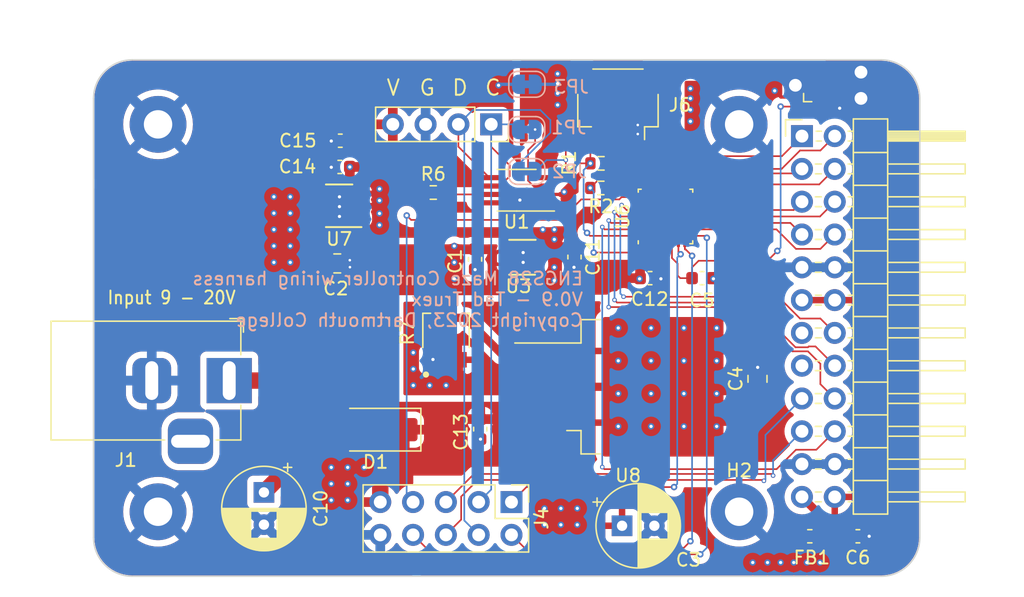
<source format=kicad_pcb>
(kicad_pcb (version 20221018) (generator pcbnew)
  (layers (0 "F.Cu" signal) (1 "In1.Cu" signal) (2 "In2.Cu" signal) (31 "B.Cu" signal) (34 "B.Paste" user) (35 "F.Paste" user) (36 "B.SilkS" user "B.Silkscreen") (37 "F.SilkS" user "F.Silkscreen") (38 "B.Mask" user) (39 "F.Mask" user) (44 "Edge.Cuts" user))
  (net 0 "")
  (net 1 "Net-(D1-A)")
  (net 2 "GND")
  (net 3 "/SCL")
  (net 4 "/SDA")
  (net 5 "/Vsys")
  (net 6 "/SDA3")
  (net 7 "/D0")
  (net 8 "/D1")
  (net 9 "/SCL3")
  (net 10 "Net-(U1-EN)")
  (net 12 "/RstN")
  (net 17 "/StepX")
  (net 18 "/DirX")
  (net 19 "/StepY")
  (net 20 "/DirY")
  (net 21 "Net-(U8-ADJ{slash}GND)")
  (net 24 "+3.3V")
  (net 25 "+5V")
  (net 26 "/Y1_2")
  (net 27 "/Y1_3")
  (net 28 "/X_0")
  (net 29 "/X_1")
  (net 30 "/X_2")
  (net 31 "/X_3")
  (net 32 "/Y0_0")
  (net 33 "/Y0_1")
  (net 34 "/Y0_2")
  (net 35 "/Y0_3")
  (net 36 "/Y1_0")
  (net 37 "/Y1_1")
  (net 38 "/SWDIO")
  (net 39 "/SWCLK")
  (net 40 "+5VP")
  (net 44 "Net-(J7-Pin_23)")
  (footprint "Capacitor_SMD:C_0805_2012Metric" (layer "F.Cu") (at 178.422 100.457 90)
    (fp_text reference "C4")
    (fp_text value "10uF")
  )
  (footprint "Capacitor_SMD:C_0603_1608Metric" (layer "F.Cu") (at 146.1132 82.0166 180)
    (fp_text reference "C15")
    (fp_text value "1uF")
  )
  (footprint "Connector_PinHeader_2.54mm:PinHeader_2x05_P2.54mm_Vertical" (layer "F.Cu") (at 159.37 110 -90)
    (fp_text reference "J4")
    (fp_text value "Conn_02x05_Odd_Even" hide)
  )
  (footprint "Capacitor_SMD:C_0603_1608Metric" (layer "F.Cu") (at 174.13 92.6592)
    (fp_text reference "C5")
    (fp_text value "0.1uF")
  )
  (footprint "Capacitor_SMD:C_0603_1608Metric" (layer "F.Cu") (at 170.1038 92.6592)
    (fp_text reference "C12")
    (fp_text value "1uF")
  )
  (footprint "Capacitor_SMD:C_0603_1608Metric" (layer "F.Cu") (at 156.95 104.35 -90)
    (fp_text reference "C13")
    (fp_text value "0.1uF")
  )
  (footprint "Connector_PinSocket_2.54mm:PinSocket_1x04_P2.54mm_Vertical" (layer "F.Cu") (at 157.8 80.75 -90)
    (fp_text reference "J5" hide)
    (fp_text value "Socket" hide)
  )
  (footprint "MountingHole:MountingHole_2.2mm_M2_Pad" (layer "F.Cu") (at 177 110.75)
    (fp_text reference "H2")
    (fp_text value "MountingHole_Pad")
  )
  (footprint "Connector_PinHeader_2.54mm:PinHeader_2x12_P2.54mm_Horizontal" (layer "F.Cu") (at 181.864 81.661)
    (fp_text reference "J7" hide)
    (fp_text value "Conn_02x12_Odd_Even")
  )
  (footprint "MountingHole:MountingHole_2.2mm_M2_Pad" (layer "F.Cu") (at 132 80.75)
    (fp_text reference "H5" hide)
    (fp_text value "MountingHole_Pad" hide)
  )
  (footprint "Package_TO_SOT_SMD:TO-263-3_TabPin2" (layer "F.Cu") (at 169.581 101.073)
    (fp_text reference "U8")
    (fp_text value "LD1085D2MTR")
  )
  (footprint "MountingHole:MountingHole_2.2mm_M2_Pad" (layer "F.Cu") (at 132 110.75)
    (fp_text reference "H3" hide)
    (fp_text value "MountingHole_Pad" hide)
  )
  (footprint "Capacitor_SMD:C_0805_2012Metric" (layer "F.Cu") (at 145.88 91.52)
    (fp_text reference "C2")
    (fp_text value "10uF")
  )
  (footprint "Capacitor_THT:CP_Radial_D6.3mm_P2.50mm" (layer "F.Cu") (at 167.934 111.8362)
    (fp_text reference "C3")
    (fp_text value "22uF")
  )
  (footprint "STMicro:LDL212_2x2mm_Pitch0.5mm" (layer "F.Cu") (at 160.215 91.0924 180)
    (fp_text reference "U3")
    (fp_text value "LDL212PV33R")
  )
  (footprint "Diode_SMD:D_SMA" (layer "F.Cu") (at 148.844 104.394 180)
    (fp_text reference "D1")
    (fp_text value "D_Schottky")
  )
  (footprint "Connector:Tag-Connect_TC2030-IDC-NL_2x03_P1.27mm_Vertical" (layer "F.Cu") (at 183.896 77.724)
    (fp_text reference "J3" hide)
    (fp_text value "Conn_ARM_SWD_TagConnect_TC2030-NL")
  )
  (footprint "Connector_JST:JST_SH_SM04B-SRSS-TB_1x04-1MP_P1.00mm_Horizontal" (layer "F.Cu") (at 167.616 79.153 180)
    (fp_text reference "J6")
    (fp_text value "Qwiic")
  )
  (footprint "Inductor_SMD:L_0603_1608Metric" (layer "F.Cu") (at 182.4735 112.649)
    (fp_text reference "FB1")
    (fp_text value "FB_120_100MHz")
  )
  (footprint "Capacitor_SMD:C_0603_1608Metric" (layer "F.Cu") (at 186.195 112.649)
    (fp_text reference "C6")
    (fp_text value "C_1U")
  )
  (footprint "Capacitor_SMD:C_0603_1608Metric" (layer "F.Cu") (at 164.25 91.025 -90)
    (fp_text reference "C11")
    (fp_text value "0.1uF")
  )
  (footprint "Package_SO:MSOP-8_3x3mm_P0.65mm" (layer "F.Cu") (at 159.7703 85.852 180)
    (fp_text reference "U1")
    (fp_text value "PCA9306DCTR")
  )
  (footprint "Connector_BarrelJack:BarrelJack_Horizontal" (layer "F.Cu") (at 137.512 100.5925)
    (fp_text reference "J1")
    (fp_text value "Barrel_Jack" hide)
  )
  (footprint "Resistor_SMD:R_0603_1608Metric" (layer "F.Cu") (at 153.3144 86.0298)
    (fp_text reference "R6")
    (fp_text value "200k")
  )
  (footprint "Passives:TRIM_TC33X-2-201E" (layer "F.Cu") (at 154.305 97.180665 90)
    (fp_text reference "R7")
    (fp_text value "TC33X-2-102E")
  )
  (footprint "Capacitor_THT:CP_Radial_D6.3mm_P2.50mm" (layer "F.Cu") (at 140.2 109.25 -90)
    (fp_text reference "C10")
    (fp_text value "22uF")
  )
  (footprint "Capacitor_SMD:C_0603_1608Metric" (layer "F.Cu") (at 146.0754 84.0486 180)
    (fp_text reference "C14")
    (fp_text value "0.1uF")
  )
  (footprint "Resistor_SMD:R_0603_1608Metric" (layer "F.Cu") (at 166.2938 85.6742 180)
    (fp_text reference "R2")
    (fp_text value "10K")
  )
  (footprint "Resistor_SMD:R_0603_1608Metric" (layer "F.Cu") (at 166.306 83.7692 180)
    (fp_text reference "R1")
    (fp_text value "10K")
  )
  (footprint "Capacitor_SMD:C_0603_1608Metric" (layer "F.Cu") (at 156.55 91.2 -90)
    (fp_text reference "C1")
    (fp_text value "0.1uF")
  )
  (footprint "MountingHole:MountingHole_2.2mm_M2_Pad" (layer "F.Cu") (at 177 80.75)
    (fp_text reference "H1" hide)
    (fp_text value "MountingHole_Pad" hide)
  )
  (footprint "STMicro:LDL212_3x3mm_Pitch0.95mm" (layer "F.Cu") (at 146.024 87.056 180)
    (fp_text reference "U7")
    (fp_text value "LDL212PU50R")
  )
  (footprint "Package_DFN_QFN:QFN-28_4x4mm_P0.5mm" (layer "F.Cu") (at 171.2976 87.884 90)
    (fp_text reference "U6")
    (fp_text value "STM32C031G4Ux")
  )
  (footprint "Jumper:SolderJumper-2_P1.3mm_Bridged_RoundedPad1.0x1.5mm" (layer "B.Cu") (at 160.5638 77.6478)
    (fp_text reference "JP3")
    (fp_text value "SolderJumper_2_Bridged")
  )
  (footprint "Jumper:SolderJumper-2_P1.3mm_Bridged_RoundedPad1.0x1.5mm" (layer "B.Cu") (at 160.55 81.15)
    (fp_text reference "JP1")
    (fp_text value "SolderJumper_2_Bridged")
  )
  (footprint "Jumper:SolderJumper-2_P1.3mm_Bridged_RoundedPad1.0x1.5mm" (layer "B.Cu") (at 160.55 84.4)
    (fp_text reference "JP2")
    (fp_text value "SolderJumper_2_Bridged")
  )
  (gr_line (start 187.99768 75.75) (end 130 75.75) (stroke (width 0.1)) (layer "Edge.Cuts"))
  (gr_line (start 130 115.75) (end 187.99768 115.75) (stroke (width 0.1)) (layer "Edge.Cuts"))
  (gr_arc (start 190.99768 112.75) (mid 190.119 114.87132) (end 187.99768 115.75) (stroke (width 0.1)) (layer "Edge.Cuts"))
  (gr_line (start 127 78.75) (end 127 112.75) (stroke (width 0.1)) (layer "Edge.Cuts"))
  (gr_arc (start 187.99768 75.75) (mid 190.119 76.62868) (end 190.99768 78.75) (stroke (width 0.1)) (layer "Edge.Cuts"))
  (gr_arc (start 130 115.75) (mid 127.87868 114.87132) (end 127 112.75) (stroke (width 0.1)) (layer "Edge.Cuts"))
  (gr_line (start 190.99768 112.75) (end 190.99768 78.75) (stroke (width 0.1)) (layer "Edge.Cuts"))
  (gr_arc (start 127 78.75) (mid 127.87868 76.62868) (end 130 75.75) (stroke (width 0.1)) (layer "Edge.Cuts"))
  (gr_text "ENGS28 Maze Controller wiring harness\nV0.9 - Tad Truex\nCopyright 2023, Dartmouth College\n" (at 165 96.5) (layer "B.SilkS") (effects (font (size 1 1)) (justify left bottom mirror)))
  (gr_text "V" (at 149.606 78.613) (layer "F.SilkS") (effects (font (size 1.2 1.2)) (justify left bottom)))
  (gr_text "G\n" (at 152.146 78.613) (layer "F.SilkS") (effects (font (size 1.2 1.2)) (justify left bottom)))
  (gr_text "C" (at 157.226 78.613) (layer "F.SilkS") (effects (font (size 1.2 1.2)) (justify left bottom)))
  (gr_text "D" (at 154.686 78.613) (layer "F.SilkS") (effects (font (size 1.2 1.2)) (justify left bottom)))
  (gr_text "Input 9 - 20V" (at 128 94.75) (layer "F.SilkS") (effects (font (size 1 0.9) (thickness 0.15) bold) (justify left bottom)))
  (segment (start 145.415 104.394) (end 144.907 104.394) (width 1.27) (layer "F.Cu") (net 1))
  (segment (start 144.907 104.394) (end 141.1055 100.5925) (width 1.27) (layer "F.Cu") (net 1))
  (segment (start 146.844 104.394) (end 145.415 104.394) (width 1.27) (layer "F.Cu") (net 1))
  (segment (start 145.056 104.394) (end 145.415 104.394) (width 1.27) (layer "F.Cu") (net 1))
  (segment (start 140.2 109.25) (end 145.056 104.394) (width 1.27) (layer "F.Cu") (net 1))
  (segment (start 141.1055 100.5925) (end 137.512 100.5925) (width 1.27) (layer "F.Cu") (net 1))
  (segment (start 160.5626 91.44) (end 160.274 91.44) (width 0.254) (layer "F.Cu") (net 2))
  (segment (start 160.233 86.827) (end 160.02 86.614) (width 0.254) (layer "F.Cu") (net 2))
  (segment (start 171.2976 89.8215) (end 171.2976 92.2404) (width 0.254) (layer "F.Cu") (net 2))
  (segment (start 160.274 91.44) (end 160.274 91.1514) (width 0.254) (layer "F.Cu") (net 2))
  (segment (start 171.2976 92.2404) (end 170.8788 92.6592) (width 0.254) (layer "F.Cu") (net 2))
  (segment (start 185.166 79.121) (end 184.785 79.502) (width 0.254) (layer "F.Cu") (net 2))
  (segment (start 161.29 91.5924) (end 160.715 91.5924) (width 0.254) (layer "F.Cu") (net 2))
  (segment (start 160.274 91.1514) (end 160.215 91.0924) (width 0.254) (layer "F.Cu") (net 2))
  (segment (start 146.172 88.006) (end 146.05 87.884) (width 0.254) (layer "F.Cu") (net 2))
  (segment (start 160.715 91.5924) (end 160.5626 91.44) (width 0.254) (layer "F.Cu") (net 2))
  (segment (start 161.8828 86.827) (end 160.233 86.827) (width 0.254) (layer "F.Cu") (net 2))
  (segment (start 147.574 88.006) (end 146.172 88.006) (width 0.254) (layer "F.Cu") (net 2))
  (segment (start 185.166 78.359) (end 185.166 79.121) (width 0.254) (layer "F.Cu") (net 2))
  (via (at 145.415 84.074) (size 0.5) (drill 0.25) (layers "F.Cu" "B.Cu") (net 2))
  (via (at 146.05 87.122) (size 0.5) (drill 0.25) (layers "F.Cu" "B.Cu") (net 2))
  (via (at 146.85 91.27) (size 0.35) (drill 0.2) (layers "F.Cu" "B.Cu") (net 2))
  (via (at 146.86 91.81) (size 0.35) (drill 0.2) (layers "F.Cu" "B.Cu") (net 2))
  (via (at 156.55 92) (size 0.5) (drill 0.25) (layers "F.Cu" "B.Cu") (net 2))
  (via (at 156.972 105.1306) (size 0.5) (drill 0.25) (layers "F.Cu" "B.Cu") (net 2))
  (via (at 175.006 92.71) (size 0.5) (drill 0.25) (layers "F.Cu" "B.Cu") (net 2))
  (via (at 160.274 90.678) (size 0.5) (drill 0.25) (layers "F.Cu" "B.Cu") (net 2))
  (via (at 169.15 81.5) (size 0.35) (drill 0.2) (layers "F.Cu" "B.Cu") (net 2))
  (via (at 184.785 79.502) (size 0.5) (drill 0.25) (layers "F.Cu" "B.Cu") (net 2))
  (via (at 146.05 86.36) (size 0.5) (drill 0.25) (layers "F.Cu" "B.Cu") (net 2))
  (via (at 145.415 82.042) (size 0.5) (drill 0.25) (layers "F.Cu" "B.Cu") (net 2))
  (via (at 160.02 86.614) (size 0.5) (drill 0.25) (layers "F.Cu" "B.Cu") (net 2))
  (via (at 169.15 80.8) (size 0.35) (drill 0.2) (layers "F.Cu" "B.Cu") (net 2))
  (via (at 146.05 87.884) (size 0.5) (drill 0.25) (layers "F.Cu" "B.Cu") (net 2))
  (via (at 170.942 92.71) (size 0.5) (drill 0.25) (layers "F.Cu" "B.Cu") (net 2))
  (via (at 187.071 112.649) (size 0.5) (drill 0.25) (layers "F.Cu" "B.Cu") (net 2))
  (via (at 153.289 98.9584) (size 0.5) (drill 0.25) (layers "F.Cu" "B.Cu") (net 2))
  (via (at 178.435 99.568) (size 0.5) (drill 0.25) (layers "F.Cu" "B.Cu") (net 2))
  (via (at 164.211 91.821) (size 0.5) (drill 0.25) (layers "F.Cu" "B.Cu") (net 2))
  (via (at 160.274 91.44) (size 0.5) (drill 0.25) (layers "F.Cu" "B.Cu") (net 2))
  (segment (start 177 110.75) (end 177 106.15) (width 0.508) (layer "B.Cu") (net 2))
  (segment (start 177 106.15) (end 177.05 106.1) (width 0.508) (layer "B.Cu") (net 2))
  (segment (start 159.2326 84.7647) (end 159.2326 83.9216) (width 0.127) (layer "F.Cu") (net 3))
  (segment (start 157.6578 85.527) (end 158.4703 85.527) (width 0.127) (layer "F.Cu") (net 3))
  (segment (start 159.2326 83.9216) (end 157.8 82.489) (width 0.127) (layer "F.Cu") (net 3))
  (segment (start 158.4703 85.527) (end 159.2326 84.7647) (width 0.127) (layer "F.Cu") (net 3))
  (segment (start 157.8 82.489) (end 157.8 80.75) (width 0.127) (layer "F.Cu") (net 3))
  (segment (start 157.8 109.03) (end 157.8 80.75) (width 0.127) (layer "B.Cu") (net 3))
  (segment (start 159.5 80.75) (end 159.9 81.15) (width 0.127) (layer "B.Cu") (net 3))
  (segment (start 156.83 110) (end 157.8 109.03) (width 0.127) (layer "B.Cu") (net 3))
  (segment (start 157.8 80.75) (end 159.5 80.75) (width 0.127) (layer "B.Cu") (net 3))
  (segment (start 157.6578 84.877) (end 155.26 82.4792) (width 0.127) (layer "F.Cu") (net 4))
  (segment (start 155.26 82.4792) (end 155.26 80.75) (width 0.127) (layer "F.Cu") (net 4))
  (segment (start 156.3735 79.6365) (end 155.26 80.75) (width 0.127) (layer "B.Cu") (net 4))
  (segment (start 159.9 84.4) (end 159.9 83.877354) (width 0.127) (layer "B.Cu") (net 4))
  (segment (start 155.7165 111.4265) (end 156.83 112.54) (width 0.127) (layer "B.Cu") (net 4))
  (segment (start 162.3822 81.395154) (end 162.3822 80.4164) (width 0.127) (layer "B.Cu") (net 4))
  (segment (start 155.7165 81.2065) (end 155.7165 111.4265) (width 0.127) (layer "B.Cu") (net 4))
  (segment (start 159.9 83.877354) (end 162.3822 81.395154) (width 0.127) (layer "B.Cu") (net 4))
  (segment (start 161.6023 79.6365) (end 156.3735 79.6365) (width 0.127) (layer "B.Cu") (net 4))
  (segment (start 155.26 80.75) (end 155.7165 81.2065) (width 0.127) (layer "B.Cu") (net 4))
  (segment (start 162.3822 80.4164) (end 161.6023 79.6365) (width 0.127) (layer "B.Cu") (net 4))
  (segment (start 156.988 103.613) (end 156.95 103.575) (width 0.635) (layer "F.Cu") (net 5))
  (segment (start 158.115 90.805) (end 158.3276 90.5924) (width 0.254) (layer "F.Cu") (net 5))
  (segment (start 150.844 104.394) (end 150.844 105.8738) (width 1.27) (layer "F.Cu") (net 5))
  (segment (start 159.14 91.5924) (end 158.2674 91.5924) (width 0.254) (layer "F.Cu") (net 5))
  (segment (start 158.115 91.44) (end 158.115 90.805) (width 0.254) (layer "F.Cu") (net 5))
  (segment (start 158.3276 90.5924) (end 159.14 90.5924) (width 0.254) (layer "F.Cu") (net 5))
  (segment (start 144.474 86.106) (end 142.494 86.106) (width 0.254) (layer "F.Cu") (net 5))
  (segment (start 144.474 88.006) (end 142.616 88.006) (width 0.254) (layer "F.Cu") (net 5))
  (segment (start 158.2674 91.5924) (end 158.115 91.44) (width 0.254) (layer "F.Cu") (net 5))
  (segment (start 150.844 104.394) (end 154.051 104.394) (width 0.635) (layer "F.Cu") (net 5))
  (segment (start 142.616 88.006) (end 142.24 87.63) (width 0.254) (layer "F.Cu") (net 5))
  (segment (start 149.21 107.5078) (end 149.21 110) (width 1.27) (layer "F.Cu") (net 5))
  (segment (start 150.844 105.8738) (end 149.21 107.5078) (width 1.27) (layer "F.Cu") (net 5))
  (segment (start 142.494 86.106) (end 142.24 86.36) (width 0.254) (layer "F.Cu") (net 5))
  (segment (start 154.051 104.394) (end 154.87 103.575) (width 0.635) (layer "F.Cu") (net 5))
  (segment (start 156.95 103.575) (end 154.87 103.575) (width 0.635) (layer "F.Cu") (net 5))
  (segment (start 161.931 103.613) (end 156.988 103.613) (width 0.635) (layer "F.Cu") (net 5))
  (via (at 154.94 91.44) (size 0.5) (drill 0.25) (layers "F.Cu" "B.Cu") (net 5))
  (via (at 154.94 92.71) (size 0.5) (drill 0.25) (layers "F.Cu" "B.Cu") (net 5))
  (via (at 142.24 87.63) (size 0.5) (drill 0.25) (layers "F.Cu" "B.Cu") (net 5))
  (via (at 146.685 108.585) (size 0.5) (drill 0.25) (layers "F.Cu" "B.Cu") (net 5))
  (via (at 145.415 109.855) (size 0.5) (drill 0.25) (layers "F.Cu" "B.Cu") (net 5))
  (via (at 140.97 88.9) (size 0.5) (drill 0.25) (layers "F.Cu" "B.Cu") (net 5))
  (via (at 147.955 107.315) (size 0.5) (drill 0.25) (layers "F.Cu" "B.Cu") (net 5))
  (via (at 142.24 86.36) (size 0.5) (drill 0.25) (layers "F.Cu" "B.Cu") (net 5))
  (via (at 140.97 86.36) (size 0.5) (drill 0.25) (layers "F.Cu" "B.Cu") (net 5))
  (via (at 142.24 91.44) (size 0.5) (drill 0.25) (layers "F.Cu" "B.Cu") (net 5))
  (via (at 145.415 107.315) (size 0.5) (drill 0.25) (layers "F.Cu" "B.Cu") (net 5))
  (via (at 146.685 107.315) (size 0.5) (drill 0.25) (layers "F.Cu" "B.Cu") (net 5))
  (via (at 142.24 88.9) (size 0.5) (drill 0.25) (layers "F.Cu" "B.Cu") (net 5))
  (via (at 140.97 90.17) (size 0.5) (drill 0.25) (layers "F.Cu" "B.Cu") (net 5))
  (via (at 146.685 109.855) (size 0.5) (drill 0.25) (layers "F.Cu" "B.Cu") (net 5))
  (via (at 140.97 87.63) (size 0.5) (drill 0.25) (layers "F.Cu" "B.Cu") (net 5))
  (via (at 145.415 108.585) (size 0.5) (drill 0.25) (layers "F.Cu" "B.Cu") (net 5))
  (via (at 142.24 90.17) (size 0.5) (drill 0.25) (layers "F.Cu" "B.Cu") (net 5))
  (via (at 140.97 91.44) (size 0.5) (drill 0.25) (layers "F.Cu" "B.Cu") (net 5))
  (via (at 154.94 90.17) (size 0.5) (drill 0.25) (layers "F.Cu" "B.Cu") (net 5))
  (segment (start 163.576 84.1248) (end 162.8238 84.877) (width 0.127) (layer "F.Cu") (net 6))
  (segment (start 163.576 83.5152) (end 163.576 84.1248) (width 0.127) (layer "F.Cu") (net 6))
  (segment (start 167.116 81.153) (end 167.116 80.378) (width 0.127) (layer "F.Cu") (net 6))
  (segment (start 167.116 81.153) (end 167.116 82.649186) (width 0.127) (layer "F.Cu") (net 6))
  (segment (start 166.3192 84.8238) (end 165.4688 85.6742) (width 0.127) (layer "F.Cu") (net 6))
  (segment (start 169.7976 89.8815) (end 169.7976 90.4226) (width 0.127) (layer "F.Cu") (net 6))
  (segment (start 165.7096 79.9338) (end 163.576 82.0674) (width 0.127) (layer "F.Cu") (net 6))
  (segment (start 169.7976 90.4226) (end 169.799 90.424) (width 0.127) (layer "F.Cu") (net 6))
  (segment (start 167.116 82.649186) (end 166.3192 83.445986) (width 0.127) (layer "F.Cu") (net 6))
  (segment (start 169.545 90.678) (end 165.735 90.678) (width 0.127) (layer "F.Cu") (net 6))
  (segment (start 169.799 90.424) (end 169.545 90.678) (width 0.127) (layer "F.Cu") (net 6))
  (segment (start 166.6718 79.9338) (end 165.7096 79.9338) (width 0.127) (layer "F.Cu") (net 6))
  (segment (start 163.576 82.0674) (end 163.576 83.5152) (width 0.127) (layer "F.Cu") (net 6))
  (segment (start 166.3192 83.445986) (end 166.3192 84.8238) (width 0.127) (layer "F.Cu") (net 6))
  (segment (start 167.116 80.378) (end 166.6718 79.9338) (width 0.127) (layer "F.Cu") (net 6))
  (segment (start 162.8238 84.877) (end 161.8828 84.877) (width 0.127) (layer "F.Cu") (net 6))
  (via (at 165.735 90.678) (size 0.5) (drill 0.25) (layers "F.Cu" "B.Cu") (net 6))
  (via (at 165.4688 85.6742) (size 0.5) (drill 0.25) (layers "F.Cu" "B.Cu") (net 6))
  (via (at 163.576 83.5152) (size 0.35) (drill 0.2) (layers "F.Cu" "B.Cu") (net 6))
  (segment (start 165.735 90.678) (end 165.735 85.9404) (width 0.127) (layer "B.Cu") (net 6))
  (segment (start 162.0848 83.5152) (end 163.576 83.5152) (width 0.127) (layer "B.Cu") (net 6))
  (segment (start 161.2 84.4) (end 162.0848 83.5152) (width 0.127) (layer "B.Cu") (net 6))
  (segment (start 165.735 85.9404) (end 165.4688 85.6742) (width 0.127) (layer "B.Cu") (net 6))
  (segment (start 179.5018 107.823) (end 156.467 107.823) (width 0.127) (layer "F.Cu") (net 7))
  (segment (start 156.467 107.823) (end 154.29 110) (width 0.127) (layer "F.Cu") (net 7))
  (segment (start 179.6288 107.95) (end 179.5018 107.823) (width 0.127) (layer "F.Cu") (net 7))
  (via (at 179.6288 107.95) (size 0.35) (drill 0.2) (layers "F.Cu" "B.Cu") (net 7))
  (segment (start 179.6288 107.95) (end 179.6288 106.7562) (width 0.127) (layer "B.Cu") (net 7))
  (segment (start 179.6288 106.7562) (end 181.864 104.521) (width 0.127) (layer "B.Cu") (net 7))
  (segment (start 178.9176 108.3564) (end 178.8477 108.2865) (width 0.127) (layer "F.Cu") (net 8))
  (segment (start 156.7625 108.2865) (end 155.4734 109.5756) (width 0.127) (layer "F.Cu") (net 8))
  (segment (start 155.4734 111.3566) (end 154.29 112.54) (width 0.127) (layer "F.Cu") (net 8))
  (segment (start 178.8477 108.2865) (end 156.7625 108.2865) (width 0.127) (layer "F.Cu") (net 8))
  (segment (start 155.4734 109.5756) (end 155.4734 111.3566) (width 0.127) (layer "F.Cu") (net 8))
  (via (at 178.9176 108.3564) (size 0.35) (drill 0.2) (layers "F.Cu" "B.Cu") (net 8))
  (segment (start 179.0379 104.8071) (end 181.864 101.981) (width 0.127) (layer "B.Cu") (net 8))
  (segment (start 179.0379 108.2361) (end 179.0379 104.8071) (width 0.127) (layer "B.Cu") (net 8))
  (segment (start 178.9176 108.3564) (end 179.0379 108.2361) (width 0.127) (layer "B.Cu") (net 8))
  (segment (start 164.465 83.7692) (end 165.481 83.7692) (width 0.127) (layer "F.Cu") (net 9))
  (segment (start 161.0703 85.527) (end 160.655 85.1117) (width 0.127) (layer "F.Cu") (net 9))
  (segment (start 161.2 82.2082) (end 161.2 81.15) (width 0.127) (layer "F.Cu") (net 9))
  (segment (start 165.452 89.384) (end 165.222 89.154) (width 0.127) (layer "F.Cu") (net 9))
  (segment (start 160.655 85.1117) (end 160.655 82.7532) (width 0.127) (layer "F.Cu") (net 9))
  (segment (start 165.481 82.9056) (end 165.481 83.7692) (width 0.127) (layer "F.Cu") (net 9))
  (segment (start 160.655 82.7532) (end 161.2 82.2082) (width 0.127) (layer "F.Cu") (net 9))
  (segment (start 161.8828 85.527) (end 161.0703 85.527) (width 0.127) (layer "F.Cu") (net 9))
  (segment (start 166.116 81.153) (end 166.116 82.2706) (width 0.127) (layer "F.Cu") (net 9))
  (segment (start 169.3001 89.384) (end 165.452 89.384) (width 0.127) (layer "F.Cu") (net 9))
  (segment (start 162.7072 85.527) (end 164.465 83.7692) (width 0.127) (layer "F.Cu") (net 9))
  (segment (start 166.116 82.2706) (end 165.481 82.9056) (width 0.127) (layer "F.Cu") (net 9))
  (segment (start 161.8828 85.527) (end 162.7072 85.527) (width 0.127) (layer "F.Cu") (net 9))
  (via (at 165.481 83.7692) (size 0.5) (drill 0.25) (layers "F.Cu" "B.Cu") (net 9))
  (via (at 165.222 89.154) (size 0.5) (drill 0.25) (layers "F.Cu" "B.Cu") (net 9))
  (via (at 161.2 81.15) (size 0.35) (drill 0.2) (layers "F.Cu" "B.Cu") (net 9))
  (segment (start 165.222 89.154) (end 164.9553 88.8873) (width 0.127) (layer "B.Cu") (net 9))
  (segment (start 164.9553 84.2949) (end 165.481 83.7692) (width 0.127) (layer "B.Cu") (net 9))
  (segment (start 164.9553 88.8873) (end 164.9553 84.2949) (width 0.127) (layer "B.Cu") (net 9))
  (segment (start 156.464 86.741) (end 156.464 86.177) (width 0.127) (layer "F.Cu") (net 10))
  (segment (start 157.6578 86.827) (end 156.55 86.827) (width 0.127) (layer "F.Cu") (net 10))
  (segment (start 156.55 86.827) (end 156.464 86.741) (width 0.127) (layer "F.Cu") (net 10))
  (segment (start 154.2866 86.177) (end 154.1394 86.0298) (width 0.127) (layer "F.Cu") (net 10))
  (segment (start 156.464 86.177) (end 154.2866 86.177) (width 0.127) (layer "F.Cu") (net 10))
  (segment (start 157.6578 86.177) (end 156.464 86.177) (width 0.127) (layer "F.Cu") (net 10))
  (segment (start 183.896 78.359) (end 182.88 79.375) (width 0.127) (layer "F.Cu") (net 12))
  (segment (start 171.7976 89.8215) (end 171.7976 91.1018) (width 0.127) (layer "F.Cu") (net 12))
  (segment (start 172.4406 92.6592) (end 173.355 92.6592) (width 0.127) (layer "F.Cu") (net 12))
  (segment (start 171.7976 91.1018) (end 172.2374 91.5416) (width 0.127) (layer "F.Cu") (net 12))
  (segment (start 179.197 91.313) (end 173.863 91.313) (width 0.127) (layer "F.Cu") (net 12))
  (segment (start 172.2374 92.456) (end 172.4406 92.6592) (width 0.127) (layer "F.Cu") (net 12))
  (segment (start 173.863 91.313) (end 173.355 91.821) (width 0.127) (layer "F.Cu") (net 12))
  (segment (start 172.2374 91.5416) (end 172.2374 92.456) (width 0.127) (layer "F.Cu") (net 12))
  (segment (start 173.355 91.821) (end 173.355 92.6592) (width 0.127) (layer "F.Cu") (net 12))
  (segment (start 179.959 90.551) (end 179.197 91.313) (width 0.127) (layer "F.Cu") (net 12))
  (segment (start 182.88 79.375) (end 180.213 79.375) (width 0.127) (layer "F.Cu") (net 12))
  (via (at 180.213 79.375) (size 0.5) (drill 0.25) (layers "F.Cu" "B.Cu") (net 12))
  (via (at 179.959 90.551) (size 0.5) (drill 0.25) (layers "F.Cu" "B.Cu") (net 12))
  (segment (start 179.959 90.551) (end 180.213 90.297) (width 0.127) (layer "B.Cu") (net 12))
  (segment (start 180.213 90.297) (end 180.213 79.375) (width 0.127) (layer "B.Cu") (net 12))
  (segment (start 171.958 108.839) (end 160.531 108.839) (width 0.127) (layer "F.Cu") (net 17))
  (segment (start 172.2976 89.8215) (end 172.2976 90.6366) (width 0.127) (layer "F.Cu") (net 17))
  (segment (start 160.531 108.839) (end 159.37 110) (width 0.127) (layer "F.Cu") (net 17))
  (segment (start 172.2976 90.6366) (end 172.466 90.805) (width 0.127) (layer "F.Cu") (net 17))
  (via (at 172.466 90.805) (size 0.5) (drill 0.25) (layers "F.Cu" "B.Cu") (net 17))
  (via (at 171.958 108.839) (size 0.5) (drill 0.25) (layers "F.Cu" "B.Cu") (net 17))
  (segment (start 172.2065 108.5905) (end 171.958 108.839) (width 0.127) (layer "B.Cu") (net 17))
  (segment (start 172.466 90.805) (end 172.2065 91.0645) (width 0.127) (layer "B.Cu") (net 17))
  (segment (start 172.2065 91.0645) (end 172.2065 108.5905) (width 0.127) (layer "B.Cu") (net 17))
  (segment (start 160.3735 113.5435) (end 159.37 112.54) (width 0.127) (layer "F.Cu") (net 18))
  (segment (start 173.228 113.03) (end 172.7145 113.5435) (width 0.127) (layer "F.Cu") (net 18))
  (segment (start 172.864901 90.441901) (end 173.355 90.932) (width 0.127) (layer "F.Cu") (net 18))
  (segment (start 172.7976 90.410401) (end 172.8291 90.441901) (width 0.127) (layer "F.Cu") (net 18))
  (segment (start 172.8291 90.441901) (end 172.864901 90.441901) (width 0.127) (layer "F.Cu") (net 18))
  (segment (start 172.7145 113.5435) (end 160.3735 113.5435) (width 0.127) (layer "F.Cu") (net 18))
  (segment (start 172.7976 89.8815) (end 172.7976 90.410401) (width 0.127) (layer "F.Cu") (net 18))
  (via (at 173.228 113.03) (size 0.5) (drill 0.25) (layers "F.Cu" "B.Cu") (net 18))
  (via (at 173.355 90.932) (size 0.5) (drill 0.25) (layers "F.Cu" "B.Cu") (net 18))
  (segment (start 173.355 90.932) (end 173.355 112.903) (width 0.127) (layer "B.Cu") (net 18))
  (segment (start 173.355 112.903) (end 173.228 113.03) (width 0.127) (layer "B.Cu") (net 18))
  (segment (start 167.716667 86.5632) (end 164.7698 86.5632) (width 0.127) (layer "F.Cu") (net 19))
  (segment (start 151.5992 88.15) (end 151.257 87.8078) (width 0.127) (layer "F.Cu") (net 19))
  (segment (start 164.7698 86.5632) (end 163.183 88.15) (width 0.127) (layer "F.Cu") (net 19))
  (segment (start 167.895867 86.384) (end 167.716667 86.5632) (width 0.127) (layer "F.Cu") (net 19))
  (segment (start 169.3001 86.384) (end 167.895867 86.384) (width 0.127) (layer "F.Cu") (net 19))
  (segment (start 163.183 88.15) (end 151.5992 88.15) (width 0.127) (layer "F.Cu") (net 19))
  (via (at 151.257 87.8078) (size 0.5) (drill 0.25) (layers "F.Cu" "B.Cu") (net 19))
  (segment (start 151.2515 109.5015) (end 151.75 110) (width 0.127) (layer "B.Cu") (net 19))
  (segment (start 151.257 87.8078) (end 151.2515 87.8133) (width 0.127) (layer "B.Cu") (net 19))
  (segment (start 151.2515 87.8133) (end 151.2515 109.5015) (width 0.127) (layer "B.Cu") (net 19))
  (segment (start 173.99 114.046) (end 153.256 114.046) (width 0.127) (layer "F.Cu") (net 20))
  (segment (start 173.2951 89.384) (end 174.347 89.384) (width 0.127) (layer "F.Cu") (net 20))
  (segment (start 174.347 89.384) (end 174.498 89.535) (width 0.127) (layer "F.Cu") (net 20))
  (segment (start 153.256 114.046) (end 151.75 112.54) (width 0.127) (layer "F.Cu") (net 20))
  (via (at 173.99 114.046) (size 0.5) (drill 0.25) (layers "F.Cu" "B.Cu") (net 20))
  (via (at 174.498 89.535) (size 0.5) (drill 0.25) (layers "F.Cu" "B.Cu") (net 20))
  (segment (start 174.4925 113.5435) (end 173.99 114.046) (width 0.127) (layer "B.Cu") (net 20))
  (segment (start 174.498 89.535) (end 174.4925 89.5405) (width 0.127) (layer "B.Cu") (net 20))
  (segment (start 174.4925 89.5405) (end 174.4925 113.5435) (width 0.127) (layer "B.Cu") (net 20))
  (segment (start 158.604 98.533) (end 161.931 98.533) (width 0.635) (layer "F.Cu") (net 21))
  (segment (start 155.801665 95.730665) (end 158.604 98.533) (width 0.635) (layer "F.Cu") (net 21))
  (segment (start 154.305 95.730665) (end 155.801665 95.730665) (width 0.635) (layer "F.Cu") (net 21))
  (segment (start 161.29 90.5924) (end 162.6014 90.5924) (width 0.254) (layer "F.Cu") (net 24))
  (segment (start 167.8178 85.6742) (end 168.529 84.963) (width 0.254) (layer "F.Cu") (net 24))
  (segment (start 163.275 90.25) (end 162.687 89.662) (width 0.508) (layer "F.Cu") (net 24))
  (segment (start 162.5266 91.0924) (end 162.687 90.932) (width 0.254) (layer "F.Cu") (net 24))
  (segment (start 164.25 90.25) (end 164.25 89.32) (width 0.508) (layer "F.Cu") (net 24))
  (segment (start 164.25 90.25) (end 163.275 90.25) (width 0.508) (layer "F.Cu") (net 24))
  (segment (start 161.8828 86.177) (end 163.251 86.177) (width 0.254) (layer "F.Cu") (net 24))
  (segment (start 162.687 90.932) (end 162.687 90.678) (width 0.254) (layer "F.Cu") (net 24))
  (segment (start 182.351039 78.633961) (end 180.233961 78.633961) (width 0.254) (layer "F.Cu") (net 24))
  (segment (start 182.626 78.359) (end 182.351039 78.633961) (width 0.254) (layer "F.Cu") (net 24))
  (segment (start 179.75 78.15) (end 179.705 78.105) (width 0.254) (layer "F.Cu") (net 24))
  (segment (start 163.83 88.9) (end 162.687 88.9) (width 0.508) (layer "F.Cu") (net 24))
  (segment (start 167.1188 85.6742) (end 167.8178 85.6742) (width 0.254) (layer "F.Cu") (net 24))
  (segment (start 170.7976 89.8215) (end 170.7976 90.6954) (width 0.254) (layer "F.Cu") (net 24))
  (segment (start 170.7976 90.6954) (end 170.307 91.186) (width 0.254) (layer "F.Cu") (net 24))
  (segment (start 162.6014 90.5924) (end 162.687 90.678) (width 0.254) (layer "F.Cu") (net 24))
  (segment (start 180.233961 78.633961) (end 179.75 78.15) (width 0.254) (layer "F.Cu") (net 24))
  (segment (start 161.29 91.0924) (end 162.5266 91.0924) (width 0.254) (layer "F.Cu") (net 24))
  (segment (start 163.251 86.177) (end 163.449 85.979) (width 0.254) (layer "F.Cu") (net 24))
  (segment (start 168.529 84.201) (end 168.0972 83.7692) (width 0.254) (layer "F.Cu") (net 24))
  (segment (start 164.25 89.32) (end 163.83 88.9) (width 0.508) (layer "F.Cu") (net 24))
  (segment (start 168.0972 83.7692) (end 167.131 83.7692) (width 0.254) (layer "F.Cu") (net 24))
  (segment (start 168.529 84.963) (end 168.529 84.201) (width 0.254) (layer "F.Cu") (net 24))
  (via (at 162.941 77.597) (size 0.5) (drill 0.25) (layers "F.Cu" "B.Cu") (net 24))
  (via (at 173.228 79.629) (size 0.5) (drill 0.25) (layers "F.Cu" "B.Cu") (net 24))
  (via (at 162.941 78.359) (size 0.5) (drill 0.25) (layers "F.Cu" "B.Cu") (net 24))
  (via (at 162.687 89.662) (size 0.5) (drill 0.25) (layers "F.Cu" "B.Cu") (net 24))
  (via (at 173.228 77.978) (size 0.5) (drill 0.25) (layers "F.Cu" "B.Cu") (net 24))
  (via (at 169.291 92.71) (size 0.5) (drill 0.25) (layers "F.Cu" "B.Cu") (net 24))
  (via (at 162.687 92.837) (size 0.5) (drill 0.25) (layers "F.Cu" "B.Cu") (net 24))
  (via (at 173.228 78.74) (size 0.5) (drill 0.25) (layers "F.Cu" "B.Cu") (net 24))
  (via (at 162.941 79.248) (size 0.5) (drill 0.25) (layers "F.Cu" "B.Cu") (net 24))
  (via (at 163.449 85.979) (size 0.5) (drill 0.25) (layers "F.Cu" "B.Cu") (net 24))
  (via (at 173.228 80.518) (size 0.5) (drill 0.25) (layers "F.Cu" "B.Cu") (net 24))
  (via (at 162.941 76.835) (size 0.5) (drill 0.25) (layers "F.Cu" "B.Cu") (net 24))
  (via (at 161.798 88.9) (size 0.5) (drill 0.25) (layers "F.Cu" "B.Cu") (net 24))
  (via (at 162.687 91.821) (size 0.5) (drill 0.25) (layers "F.Cu" "B.Cu") (net 24))
  (via (at 179.75 78.15) (size 0.5) (drill 0.25) (layers "F.Cu" "B.Cu") (net 24))
  (via (at 162.687 88.9) (size 0.5) (drill 0.25) (layers "F.Cu" "B.Cu") (net 24))
  (segment (start 162.8902 77.6478) (end 162.941 77.597) (width 0.254) (layer "B.Cu") (net 24))
  (segment (start 161.2138 77.6478) (end 162.8902 77.6478) (width 0.254) (layer "B.Cu") (net 24))
  (segment (start 152.4894 86.0298) (end 150.8202 86.0298) (width 0.508) (layer "F.Cu") (net 25))
  (segment (start 150.8202 86.0298) (end 150.75 86.1) (width 0.508) (layer "F.Cu") (net 25))
  (via (at 149.15 86.65) (size 0.5) (drill 0.25) (layers "F.Cu" "B.Cu") (net 25))
  (via (at 158.369 77.724) (size 0.5) (drill 0.25) (layers "F.Cu" "B.Cu") (net 25))
  (via (at 146.85 84.05) (size 0.5) (drill 0.25) (layers "F.Cu" "B.Cu") (net 25))
  (via (at 149.15 88.55) (size 0.5) (drill 0.25) (layers "F.Cu" "B.Cu") (net 25))
  (via (at 149.15 87.65) (size 0.5) (drill 0.25) (layers "F.Cu" "B.Cu") (net 25))
  (via (at 149.15 85.75) (size 0.5) (drill 0.25) (layers "F.Cu" "B.Cu") (net 25))
  (segment (start 158.4452 77.6478) (end 158.369 77.724) (width 0.254) (layer "B.Cu") (net 25))
  (segment (start 159.9138 77.6478) (end 158.4452 77.6478) (width 0.254) (layer "B.Cu") (net 25))
  (segment (start 173.2351 87.884) (end 183.261 87.884) (width 0.127) (layer "F.Cu") (net 26))
  (segment (start 183.261 87.884) (end 184.404 86.741) (width 0.127) (layer "F.Cu") (net 26))
  (segment (start 179.892273 88.884) (end 181.402773 90.3945) (width 0.127) (layer "F.Cu") (net 27))
  (segment (start 173.2351 88.884) (end 179.892273 88.884) (width 0.127) (layer "F.Cu") (net 27))
  (segment (start 181.402773 90.3945) (end 183.2905 90.3945) (width 0.127) (layer "F.Cu") (net 27))
  (segment (start 183.2905 90.3945) (end 184.404 89.281) (width 0.127) (layer "F.Cu") (net 27))
  (segment (start 181.715773 95.7875) (end 180.028273 94.1) (width 0.127) (layer "F.Cu") (net 28))
  (segment (start 183.2905 95.7875) (end 181.715773 95.7875) (width 0.127) (layer "F.Cu") (net 28))
  (segment (start 184.404 96.901) (end 183.2905 95.7875) (width 0.127) (layer "F.Cu") (net 28))
  (segment (start 180.028273 94.1) (end 168.05 94.1) (width 0.127) (layer "F.Cu") (net 28))
  (segment (start 168.284 87.384) (end 167.9 87) (width 0.127) (layer "F.Cu") (net 28))
  (segment (start 169.3601 87.384) (end 168.284 87.384) (width 0.127) (layer "F.Cu") (net 28))
  (via (at 167.9 87) (size 0.35) (drill 0.2) (layers "F.Cu" "B.Cu") (net 28))
  (via (at 168.05 94.1) (size 0.35) (drill 0.2) (layers "F.Cu" "B.Cu") (net 28))
  (segment (start 167.9 87) (end 167.8 87.1) (width 0.127) (layer "B.Cu") (net 28))
  (segment (start 167.8 87.1) (end 167.8 93.85) (width 0.127) (layer "B.Cu") (net 28))
  (segment (start 167.8 93.85) (end 168.05 94.1) (width 0.127) (layer "B.Cu") (net 28))
  (segment (start 182.389727 97.95) (end 182.325227 98.0145) (width 0.127) (layer "F.Cu") (net 29))
  (segment (start 167.684 87.884) (end 167.35 87.55) (width 0.127) (layer "F.Cu") (net 29))
  (segment (start 184.404 99.441) (end 182.913 97.95) (width 0.127) (layer "F.Cu") (net 29))
  (segment (start 182.325227 98.0145) (end 181.3645 98.0145) (width 0.127) (layer "F.Cu") (net 29))
  (segment (start 182.913 97.95) (end 182.389727 97.95) (width 0.127) (layer "F.Cu") (net 29))
  (segment (start 181.3645 98.0145) (end 177.9 94.55) (width 0.127) (layer "F.Cu") (net 29))
  (segment (start 177.9 94.55) (end 167.55 94.55) (width 0.127) (layer "F.Cu") (net 29))
  (segment (start 167.55 94.55) (end 167.35 94.35) (width 0.127) (layer "F.Cu") (net 29))
  (segment (start 169.3601 87.884) (end 167.684 87.884) (width 0.127) (layer "F.Cu") (net 29))
  (via (at 167.35 87.55) (size 0.35) (drill 0.2) (layers "F.Cu" "B.Cu") (net 29))
  (via (at 167.35 94.35) (size 0.35) (drill 0.2) (layers "F.Cu" "B.Cu") (net 29))
  (segment (start 167.35 87.55) (end 167.35 94.35) (width 0.127) (layer "B.Cu") (net 29))
  (segment (start 167.084 88.384) (end 166.9 88.2) (width 0.127) (layer "F.Cu") (net 30))
  (segment (start 183.2905 100.8675) (end 184.404 101.981) (width 0.127) (layer "F.Cu") (net 30))
  (segment (start 166.9 94.9) (end 177.7 94.9) (width 0.127) (layer "F.Cu") (net 30))
  (segment (start 182.3275 98.3275) (end 183.2905 99.2905) (width 0.127) (layer "F.Cu") (net 30))
  (segment (start 177.7 94.9) (end 181.1275 98.3275) (width 0.127) (layer "F.Cu") (net 30))
  (segment (start 183.2905 99.2905) (end 183.2905 100.8675) (width 0.127) (layer "F.Cu") (net 30))
  (segment (start 181.1275 98.3275) (end 182.3275 98.3275) (width 0.127) (layer "F.Cu") (net 30))
  (segment (start 169.3601 88.384) (end 167.084 88.384) (width 0.127) (layer "F.Cu") (net 30))
  (via (at 166.9 88.2) (size 0.35) (drill 0.2) (layers "F.Cu" "B.Cu") (net 30))
  (via (at 166.9 94.9) (size 0.35) (drill 0.2) (layers "F.Cu" "B.Cu") (net 30))
  (segment (start 166.9 88.2) (end 166.9 94.9) (width 0.127) (layer "B.Cu") (net 30))
  (segment (start 166.584 88.884) (end 166.4 88.7) (width 0.127) (layer "F.Cu") (net 31))
  (segment (start 166.5604 107.45) (end 179.900273 107.45) (width 0.127) (layer "F.Cu") (net 31))
  (segment (start 182.9775 105.9475) (end 184.404 104.521) (width 0.127) (layer "F.Cu") (net 31))
  (segment (start 166.4 107.2896) (end 166.5604 107.45) (width 0.127) (layer "F.Cu") (net 31))
  (segment (start 169.3601 88.884) (end 166.584 88.884) (width 0.127) (layer "F.Cu") (net 31))
  (segment (start 181.402773 105.9475) (end 182.9775 105.9475) (width 0.127) (layer "F.Cu") (net 31))
  (segment (start 179.900273 107.45) (end 181.402773 105.9475) (width 0.127) (layer "F.Cu") (net 31))
  (via (at 166.4 88.7) (size 0.35) (drill 0.2) (layers "F.Cu" "B.Cu") (net 31))
  (via (at 166.4 107.2896) (size 0.35) (drill 0.2) (layers "F.Cu" "B.Cu") (net 31))
  (segment (start 166.4 107.2896) (end 166.4 88.7) (width 0.127) (layer "B.Cu") (net 31))
  (segment (start 170.7976 85.9465) (end 170.7976 84.7024) (width 0.127) (layer "F.Cu") (net 32))
  (segment (start 170.7976 84.7024) (end 172.2865 83.2135) (width 0.127) (layer "F.Cu") (net 32))
  (segment (start 180.3115 83.2135) (end 181.864 81.661) (width 0.127) (layer "F.Cu") (net 32))
  (segment (start 172.2865 83.2135) (end 180.3115 83.2135) (width 0.127) (layer "F.Cu") (net 32))
  (segment (start 172.2976 84.9524) (end 172.7 84.55) (width 0.127) (layer "F.Cu") (net 33))
  (segment (start 181.515 84.55) (end 181.864 84.201) (width 0.127) (layer "F.Cu") (net 33))
  (segment (start 172.2976 85.9465) (end 172.2976 84.9524) (width 0.127) (layer "F.Cu") (net 33))
  (segment (start 172.7 84.55) (end 181.515 84.55) (width 0.127) (layer "F.Cu") (net 33))
  (segment (start 173.2351 87.384) (end 181.221 87.384) (width 0.127) (layer "F.Cu") (net 34))
  (segment (start 181.221 87.384) (end 181.864 86.741) (width 0.127) (layer "F.Cu") (net 34))
  (segment (start 173.2351 88.384) (end 180.967 88.384) (width 0.127) (layer "F.Cu") (net 35))
  (segment (start 180.967 88.384) (end 181.864 89.281) (width 0.127) (layer "F.Cu") (net 35))
  (segment (start 171.2976 84.8024) (end 171.9 84.2) (width 0.127) (layer "F.Cu") (net 36))
  (segment (start 171.2976 85.9465) (end 171.2976 84.8024) (width 0.127) (layer "F.Cu") (net 36))
  (segment (start 171.9 84.2) (end 180.290273 84.2) (width 0.127) (layer "F.Cu") (net 36))
  (segment (start 180.290273 84.2) (end 181.715773 82.7745) (width 0.127) (layer "F.Cu") (net 36))
  (segment (start 181.715773 82.7745) (end 183.2905 82.7745) (width 0.127) (layer "F.Cu") (net 36))
  (segment (start 183.2905 82.7745) (end 184.404 81.661) (width 0.127) (layer "F.Cu") (net 36))
  (segment (start 179.2 85.4) (end 183.205 85.4) (width 0.127) (layer "F.Cu") (net 37))
  (segment (start 173.2351 86.884) (end 177.716 86.884) (width 0.127) (layer "F.Cu") (net 37))
  (segment (start 177.716 86.884) (end 179.2 85.4) (width 0.127) (layer "F.Cu") (net 37))
  (segment (start 183.205 85.4) (end 184.404 84.201) (width 0.127) (layer "F.Cu") (net 37))
  (segment (start 172.212 82.677) (end 172.212 77.216) (width 0.127) (layer "F.Cu") (net 38))
  (segment (start 170.2976 84.5914) (end 172.212 82.677) (width 0.127) (layer "F.Cu") (net 38))
  (segment (start 170.2976 85.9465) (end 170.2976 84.5914) (width 0.127) (layer "F.Cu") (net 38))
  (segment (start 172.613961 76.814039) (end 182.351039 76.814039) (width 0.127) (layer "F.Cu") (net 38))
  (segment (start 172.212 77.216) (end 172.613961 76.814039) (width 0.127) (layer "F.Cu") (net 38))
  (segment (start 182.351039 76.814039) (end 182.626 77.089) (width 0.127) (layer "F.Cu") (net 38))
  (segment (start 169.7976 84.4564) (end 169.7976 85.8865) (width 0.127) (layer "F.Cu") (net 39))
  (segment (start 171.831 82.423) (end 169.7976 84.4564) (width 0.127) (layer "F.Cu") (net 39))
  (segment (start 183.896 77.089) (end 183.107539 76.300539) (width 0.127) (layer "F.Cu") (net 39))
  (segment (start 171.831 76.835) (end 171.831 82.423) (width 0.127) (layer "F.Cu") (net 39))
  (segment (start 183.107539 76.300539) (end 172.365461 76.300539) (width 0.127) (layer "F.Cu") (net 39))
  (segment (start 172.365461 76.300539) (end 171.831 76.835) (width 0.127) (layer "F.Cu") (net 39))
  (segment (start 167.113 101.073) (end 167.64 101.6) (width 0.635) (layer "F.Cu") (net 40))
  (segment (start 168.167 101.073) (end 169.653 101.073) (width 0.635) (layer "F.Cu") (net 40))
  (segment (start 178.422 101.407) (end 175.453 101.407) (width 0.635) (layer "F.Cu") (net 40))
  (segment (start 155.305 99.9584) (end 156.4196 101.073) (width 0.635) (layer "F.Cu") (net 40))
  (segment (start 172.913 101.407) (end 172.72 101.6) (width 0.635) (layer "F.Cu") (net 40))
  (segment (start 169.653 101.073) (end 170.18 101.6) (width 0.635) (layer "F.Cu") (net 40))
  (segment (start 172.72 101.6) (end 172.527 101.407) (width 0.635) (layer "F.Cu") (net 40))
  (segment (start 161.931 101.073) (end 167.113 101.073) (width 0.635) (layer "F.Cu") (net 40))
  (segment (start 175.067 101.407) (end 172.913 101.407) (width 0.635) (layer "F.Cu") (net 40))
  (segment (start 157.019665 98.980665) (end 157.099 99.06) (width 0.254) (layer "F.Cu") (net 40))
  (segment (start 155.305 98.980665) (end 155.305 99.9584) (width 0.635) (layer "F.Cu") (net 40))
  (segment (start 175.26 101.6) (end 175.067 101.407) (width 0.635) (layer "F.Cu") (net 40))
  (segment (start 170.707 101.073) (end 171.081 101.073) (width 0.635) (layer "F.Cu") (net 40))
  (segment (start 155.305 98.980665) (end 157.019665 98.980665) (width 0.254) (layer "F.Cu") (net 40))
  (segment (start 172.527 101.407) (end 171.415 101.407) (width 0.635) (layer "F.Cu") (net 40))
  (segment (start 170.18 101.6) (end 170.707 101.073) (width 0.635) (layer "F.Cu") (net 40))
  (segment (start 156.4196 101.073) (end 161.931 101.073) (width 0.635) (layer "F.Cu") (net 40))
  (segment (start 167.64 101.6) (end 168.167 101.073) (width 0.635) (layer "F.Cu") (net 40))
  (segment (start 171.415 101.407) (end 171.081 101.073) (width 0.635) (layer "F.Cu") (net 40))
  (segment (start 175.453 101.407) (end 175.26 101.6) (width 0.635) (layer "F.Cu") (net 40))
  (via (at 161.925 111.76) (size 0.5) (drill 0.25) (layers "F.Cu" "B.Cu") (net 40))
  (via (at 172.72 101.6) (size 0.5) (drill 0.25) (layers "F.Cu" "B.Cu") (net 40))
  (via (at 151.765 98.425) (size 0.5) (drill 0.25) (layers "F.Cu" "B.Cu") (net 40))
  (via (at 175.26 99.06) (size 0.5) (drill 0.25) (layers "F.Cu" "B.Cu") (net 40))
  (via (at 179.197 114.681) (size 0.5) (drill 0.25) (layers "F.Cu" "B.Cu") (net 40))
  (via (at 164.465 110.49) (size 0.5) (drill 0.25) (layers "F.Cu" "B.Cu") (net 40))
  (via (at 170.18 104.14) (size 0.5) (drill 0.25) (layers "F.Cu" "B.Cu") (net 40))
  (via (at 167.64 104.14) (size 0.5) (drill 0.25) (layers "F.Cu" "B.Cu") (net 40))
  (via (at 175.26 104.14) (size 0.5) (drill 0.25) (layers "F.Cu" "B.Cu") (net 40))
  (via (at 151.765 100.965) (size 0.5) (drill 0.25) (layers "F.Cu" "B.Cu") (net 40))
  (via (at 182.245 114.681) (size 0.5) (drill 0.25) (layers "F.Cu" "B.Cu") (net 40))
  (via (at 153.035 100.965) (size 0.5) (drill 0.25) (layers "F.Cu" "B.Cu") (net 40))
  (via (at 167.64 96.52) (size 0.5) (drill 0.25) (layers "F.Cu" "B.Cu") (net 40))
  (via (at 172.72 104.14) (size 0.5) (drill 0.25) (layers "F.Cu" "B.Cu") (net 40))
  (via (at 151.765 99.695) (size 0.5) (drill 0.25) (layers "F.Cu" "B.Cu") (net 40))
  (via (at 175.26 96.52) (size 0.5) (drill 0.25) (layers "F.Cu" "B.Cu") (net 40))
  (via (at 167.64 101.6) (size 0.5) (drill 0.25) (layers "F.Cu" "B.Cu") (net 40))
  (via (at 163.195 111.76) (size 0.5) (drill 0.25) (layers "F.Cu" "B.Cu") (net 40))
  (via (at 172.72 96.52) (size 0.5) (drill 0.25) (layers "F.Cu" "B.Cu") (net 40))
  (via (at 170.18 101.6) (size 0.5) (drill 0.25) (layers "F.Cu" "B.Cu") (net 40))
  (via (at 170.18 96.52) (size 0.5) (drill 0.25) (layers "F.Cu" "B.Cu") (net 40))
  (via (at 172.72 99.06) (size 0.5) (drill 0.25) (layers "F.Cu" "B.Cu") (net 40))
  (via (at 163.195 110.49) (size 0.5) (drill 0.25) (layers "F.Cu" "B.Cu") (net 40))
  (via (at 154.305 100.965) (size 0.5) (drill 0.25) (layers "F.Cu" "B.Cu") (net 40))
  (via (at 175.26 101.6) (size 0.5) (drill 0.25) (layers "F.Cu" "B.Cu") (net 40))
  (via (at 178.054 114.681) (size 0.5) (drill 0.25) (layers "F.Cu" "B.Cu") (net 40))
  (via (at 167.64 99.06) (size 0.5) (drill 0.25) (layers "F.Cu" "B.Cu") (net 40))
  (via (at 181.229 114.681) (size 0.5) (drill 0.25) (layers "F.Cu" "B.Cu") (net 40))
  (via (at 170.18 99.06) (size 0.5) (drill 0.25) (layers "F.Cu" "B.Cu") (net 40))
  (via (at 164.465 111.76) (size 0.5) (drill 0.25) (layers "F.Cu" "B.Cu") (net 40))
  (via (at 183.261 114.681) (size 0.5) (drill 0.25) (layers "F.Cu" "B.Cu") (net 40))
  (via (at 161.925 110.49) (size 0.5) (drill 0.25) (layers "F.Cu" "B.Cu") (net 40))
  (via (at 180.213 114.681) (size 0.5) (drill 0.25) (layers "F.Cu" "B.Cu") (net 40))
  (segment (start 183.261 112.649) (end 185.42 112.649) (width 0.635) (layer "F.Cu") (net 44))
  (segment (start 181.864 109.601) (end 183.261 110.998) (width 0.635) (layer "F.Cu") (net 44))
  (segment (start 183.261 110.998) (end 183.261 112.649) (width 0.635) (layer "F.Cu") (net 44))
  (zone (net 40) (net_name "+5VP") (layer "F.Cu") (priority 6) (connect_pads (clearance 0.5)) (min_thickness 0.25) (fill yes (thermal_gap 0.5) (thermal_bridge_width 0.5))
    (polygon (pts (xy 147.32 93.98) (xy 147.32 116.84) (xy 198.12 116.84) (xy 198.12 71.12) (xy 177.8 71.12) (xy 177.8 93.98)))
  )
  (zone (net 0) (net_name "") (layer "F.Cu") (connect_pads (clearance 0)) (min_thickness 0.25)
    (keepout (tracks allowed) (vias allowed) (pads allowed) (copperpour not_allowed) (footprints allowed))
    (fill (thermal_gap 0.5) (thermal_bridge_width 0.5))
    (polygon (pts (xy 168.25 85.9) (xy 169.3 85) (xy 169.35 86.05)))
  )
  (zone (net 24) (net_name "+3.3V") (layers "F.Cu" "In2.Cu") (priority 13) (connect_pads (clearance 0.5)) (min_thickness 0.25) (fill yes (thermal_gap 0.5) (thermal_bridge_width 0.75))
    (polygon (pts (xy 160.02 93.98) (xy 160.02 75.565) (xy 180.34 75.565) (xy 180.34 93.853)))
  )
  (zone (net 25) (net_name "+5V") (layers "F.Cu" "In2.Cu") (priority 12) (connect_pads (clearance 0.5)) (min_thickness 0.25) (fill yes (thermal_gap 0.5) (thermal_bridge_width 0.75))
    (polygon (pts (xy 126.746 85.09) (xy 126.746 75.565) (xy 162.306 75.565) (xy 162.306 89.535) (xy 146.05 89.535) (xy 146.05 85.0646)))
  )
  (zone (net 5) (net_name "/Vsys") (layers "F.Cu" "In2.Cu") (priority 9) (connect_pads (clearance 0.5)) (min_thickness 0.25) (fill yes (thermal_gap 0.5) (thermal_bridge_width 0.75))
    (polygon (pts (xy 119.761 116.84) (xy 119.761 85.09) (xy 146.05 85.0646) (xy 146.05 89.535) (xy 160.02 89.535) (xy 160.02 93.98) (xy 150.495 93.98) (xy 150.495 102.235) (xy 165.1 102.235) (xy 165.1 107.95) (xy 151.765 107.95) (xy 151.765 116.84)))
  )
  (zone (net 2) (net_name "GND") (layer "B.Cu") (priority 2) (connect_pads (clearance 0.5)) (min_thickness 0.25) (fill yes (thermal_gap 0.5) (thermal_bridge_width 0.75))
    (polygon (pts (xy 124.968 74.041) (xy 124.968 117.348) (xy 192.786 117.348) (xy 192.786 74.295)))
  )
)
</source>
